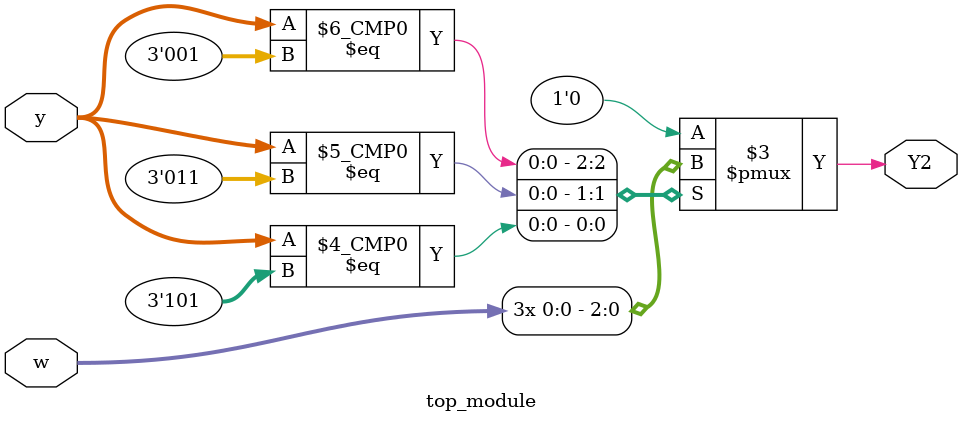
<source format=sv>
module top_module(
    input [3:1] y,
    input w,
    output reg Y2);

    always @ (*)
    begin
        Y2 = 1'b0;
        case (y)
            3'b000: Y2 = 1'b0;
            3'b001: Y2 = w;
            3'b010: Y2 = 1'b0;
            3'b011: Y2 = w;
            3'b100: Y2 = 1'b0;
            3'b101: Y2 = w;
        endcase
    end
endmodule

</source>
